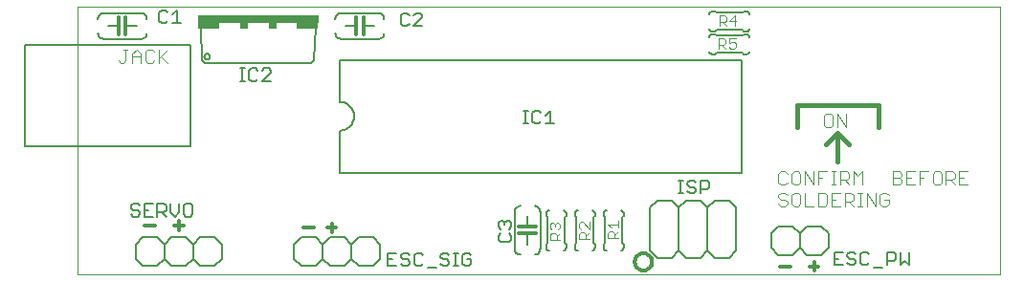
<source format=gto>
G75*
%MOIN*%
%OFA0B0*%
%FSLAX24Y24*%
%IPPOS*%
%LPD*%
%AMOC8*
5,1,8,0,0,1.08239X$1,22.5*
%
%ADD10C,0.0000*%
%ADD11C,0.0160*%
%ADD12C,0.0040*%
%ADD13C,0.0120*%
%ADD14C,0.0150*%
%ADD15C,0.0050*%
%ADD16C,0.0060*%
%ADD17R,0.4200X0.0300*%
%ADD18R,0.0750X0.0200*%
%ADD19R,0.0300X0.0200*%
D10*
X001936Y000937D02*
X001936Y010268D01*
X034082Y010268D01*
X034082Y000937D01*
X001936Y000937D01*
D11*
X027015Y006056D02*
X027015Y006843D01*
X029849Y006843D01*
X029849Y006056D01*
D12*
X028708Y006076D02*
X028708Y006536D01*
X028401Y006536D02*
X028708Y006076D01*
X028401Y006076D02*
X028401Y006536D01*
X028247Y006459D02*
X028170Y006536D01*
X028017Y006536D01*
X027940Y006459D01*
X027940Y006152D01*
X028017Y006076D01*
X028170Y006076D01*
X028247Y006152D01*
X028247Y006459D01*
X028284Y004530D02*
X028284Y004070D01*
X028207Y004070D02*
X028361Y004070D01*
X028514Y004070D02*
X028514Y004530D01*
X028744Y004530D01*
X028821Y004453D01*
X028821Y004300D01*
X028744Y004223D01*
X028514Y004223D01*
X028667Y004223D02*
X028821Y004070D01*
X028974Y004070D02*
X028974Y004530D01*
X029128Y004377D01*
X029281Y004530D01*
X029281Y004070D01*
X029281Y003780D02*
X029128Y003780D01*
X029205Y003780D02*
X029205Y003320D01*
X029281Y003320D02*
X029128Y003320D01*
X028974Y003320D02*
X028821Y003473D01*
X028898Y003473D02*
X028667Y003473D01*
X028667Y003320D02*
X028667Y003780D01*
X028898Y003780D01*
X028974Y003703D01*
X028974Y003550D01*
X028898Y003473D01*
X028514Y003320D02*
X028207Y003320D01*
X028207Y003780D01*
X028514Y003780D01*
X028361Y003550D02*
X028207Y003550D01*
X028054Y003703D02*
X028054Y003396D01*
X027977Y003320D01*
X027747Y003320D01*
X027747Y003780D01*
X027977Y003780D01*
X028054Y003703D01*
X027593Y003320D02*
X027286Y003320D01*
X027286Y003780D01*
X027133Y003703D02*
X027056Y003780D01*
X026903Y003780D01*
X026826Y003703D01*
X026826Y003396D01*
X026903Y003320D01*
X027056Y003320D01*
X027133Y003396D01*
X027133Y003703D01*
X026672Y003703D02*
X026596Y003780D01*
X026442Y003780D01*
X026365Y003703D01*
X026365Y003627D01*
X026442Y003550D01*
X026596Y003550D01*
X026672Y003473D01*
X026672Y003396D01*
X026596Y003320D01*
X026442Y003320D01*
X026365Y003396D01*
X026442Y004070D02*
X026596Y004070D01*
X026672Y004146D01*
X026826Y004146D02*
X026903Y004070D01*
X027056Y004070D01*
X027133Y004146D01*
X027133Y004453D01*
X027056Y004530D01*
X026903Y004530D01*
X026826Y004453D01*
X026826Y004146D01*
X026442Y004070D02*
X026365Y004146D01*
X026365Y004453D01*
X026442Y004530D01*
X026596Y004530D01*
X026672Y004453D01*
X027286Y004530D02*
X027593Y004070D01*
X027593Y004530D01*
X027747Y004530D02*
X028054Y004530D01*
X028207Y004530D02*
X028361Y004530D01*
X027900Y004300D02*
X027747Y004300D01*
X027747Y004070D02*
X027747Y004530D01*
X027286Y004530D02*
X027286Y004070D01*
X029435Y003780D02*
X029435Y003320D01*
X029742Y003320D02*
X029742Y003780D01*
X029895Y003703D02*
X029895Y003396D01*
X029972Y003320D01*
X030125Y003320D01*
X030202Y003396D01*
X030202Y003550D01*
X030049Y003550D01*
X030202Y003703D02*
X030125Y003780D01*
X029972Y003780D01*
X029895Y003703D01*
X029742Y003320D02*
X029435Y003780D01*
X030356Y004070D02*
X030586Y004070D01*
X030662Y004146D01*
X030662Y004223D01*
X030586Y004300D01*
X030356Y004300D01*
X030586Y004300D02*
X030662Y004377D01*
X030662Y004453D01*
X030586Y004530D01*
X030356Y004530D01*
X030356Y004070D01*
X030816Y004070D02*
X031123Y004070D01*
X031276Y004070D02*
X031276Y004530D01*
X031583Y004530D01*
X031737Y004453D02*
X031737Y004146D01*
X031813Y004070D01*
X031967Y004070D01*
X032044Y004146D01*
X032044Y004453D01*
X031967Y004530D01*
X031813Y004530D01*
X031737Y004453D01*
X031430Y004300D02*
X031276Y004300D01*
X030969Y004300D02*
X030816Y004300D01*
X030816Y004530D02*
X030816Y004070D01*
X030816Y004530D02*
X031123Y004530D01*
X032197Y004530D02*
X032427Y004530D01*
X032504Y004453D01*
X032504Y004300D01*
X032427Y004223D01*
X032197Y004223D01*
X032197Y004070D02*
X032197Y004530D01*
X032658Y004530D02*
X032658Y004070D01*
X032964Y004070D01*
X032504Y004070D02*
X032351Y004223D01*
X032658Y004300D02*
X032811Y004300D01*
X032964Y004530D02*
X032658Y004530D01*
X024875Y008877D02*
X024817Y008819D01*
X024700Y008819D01*
X024642Y008877D01*
X024642Y008994D02*
X024758Y009052D01*
X024817Y009052D01*
X024875Y008994D01*
X024875Y008877D01*
X024642Y008994D02*
X024642Y009169D01*
X024875Y009169D01*
X024516Y009111D02*
X024516Y008994D01*
X024458Y008936D01*
X024283Y008936D01*
X024399Y008936D02*
X024516Y008819D01*
X024283Y008819D02*
X024283Y009169D01*
X024458Y009169D01*
X024516Y009111D01*
X024536Y009606D02*
X024419Y009723D01*
X024478Y009723D02*
X024303Y009723D01*
X024303Y009606D02*
X024303Y009957D01*
X024478Y009957D01*
X024536Y009898D01*
X024536Y009781D01*
X024478Y009723D01*
X024662Y009781D02*
X024895Y009781D01*
X024837Y009606D02*
X024837Y009957D01*
X024662Y009781D01*
X020772Y002794D02*
X020772Y002560D01*
X020772Y002677D02*
X020422Y002677D01*
X020539Y002560D01*
X020597Y002435D02*
X020656Y002376D01*
X020656Y002201D01*
X020772Y002201D02*
X020422Y002201D01*
X020422Y002376D01*
X020480Y002435D01*
X020597Y002435D01*
X020656Y002318D02*
X020772Y002435D01*
X019772Y002395D02*
X019656Y002278D01*
X019656Y002336D02*
X019656Y002161D01*
X019772Y002161D02*
X019422Y002161D01*
X019422Y002336D01*
X019480Y002395D01*
X019597Y002395D01*
X019656Y002336D01*
X019772Y002520D02*
X019539Y002754D01*
X019480Y002754D01*
X019422Y002695D01*
X019422Y002579D01*
X019480Y002520D01*
X019772Y002520D02*
X019772Y002754D01*
X018757Y002678D02*
X018757Y002561D01*
X018699Y002503D01*
X018757Y002377D02*
X018640Y002260D01*
X018640Y002319D02*
X018640Y002144D01*
X018757Y002144D02*
X018407Y002144D01*
X018407Y002319D01*
X018465Y002377D01*
X018582Y002377D01*
X018640Y002319D01*
X018465Y002503D02*
X018407Y002561D01*
X018407Y002678D01*
X018465Y002736D01*
X018524Y002736D01*
X018582Y002678D01*
X018640Y002736D01*
X018699Y002736D01*
X018757Y002678D01*
X018582Y002678D02*
X018582Y002620D01*
X005078Y008317D02*
X004848Y008548D01*
X004771Y008471D02*
X005078Y008778D01*
X004771Y008778D02*
X004771Y008317D01*
X004617Y008394D02*
X004541Y008317D01*
X004387Y008317D01*
X004311Y008394D01*
X004311Y008701D01*
X004387Y008778D01*
X004541Y008778D01*
X004617Y008701D01*
X004157Y008624D02*
X004157Y008317D01*
X003850Y008317D02*
X003850Y008624D01*
X004004Y008778D01*
X004157Y008624D01*
X004157Y008548D02*
X003850Y008548D01*
X003620Y008394D02*
X003620Y008778D01*
X003543Y008778D02*
X003697Y008778D01*
X003620Y008394D02*
X003543Y008317D01*
X003466Y008317D01*
X003390Y008394D01*
D13*
X003381Y009299D02*
X003381Y009599D01*
X003381Y009899D01*
X003631Y009899D02*
X003631Y009599D01*
X003631Y009299D01*
X011659Y009299D02*
X011659Y009599D01*
X011659Y009899D01*
X011909Y009899D02*
X011909Y009599D01*
X011909Y009299D01*
X005479Y002788D02*
X005479Y002630D01*
X005479Y002473D01*
X005479Y002630D02*
X005322Y002630D01*
X005479Y002630D02*
X005637Y002630D01*
X004653Y002630D02*
X004298Y002630D01*
X009818Y002564D02*
X010173Y002564D01*
X010646Y002554D02*
X010804Y002554D01*
X010804Y002397D01*
X010804Y002554D02*
X010804Y002712D01*
X010804Y002554D02*
X010961Y002554D01*
X017317Y002604D02*
X017617Y002604D01*
X017917Y002604D01*
X017917Y002354D02*
X017617Y002354D01*
X017317Y002354D01*
X021360Y001370D02*
X021362Y001404D01*
X021368Y001438D01*
X021377Y001471D01*
X021391Y001502D01*
X021408Y001532D01*
X021428Y001560D01*
X021451Y001585D01*
X021477Y001608D01*
X021505Y001627D01*
X021535Y001643D01*
X021567Y001655D01*
X021600Y001664D01*
X021634Y001669D01*
X021669Y001670D01*
X021703Y001667D01*
X021736Y001660D01*
X021769Y001650D01*
X021800Y001635D01*
X021829Y001618D01*
X021856Y001597D01*
X021881Y001573D01*
X021903Y001546D01*
X021921Y001518D01*
X021936Y001487D01*
X021948Y001455D01*
X021956Y001421D01*
X021960Y001387D01*
X021960Y001353D01*
X021956Y001319D01*
X021948Y001285D01*
X021936Y001253D01*
X021921Y001222D01*
X021903Y001194D01*
X021881Y001167D01*
X021856Y001143D01*
X021829Y001122D01*
X021800Y001105D01*
X021769Y001090D01*
X021736Y001080D01*
X021703Y001073D01*
X021669Y001070D01*
X021634Y001071D01*
X021600Y001076D01*
X021567Y001085D01*
X021535Y001097D01*
X021505Y001113D01*
X021477Y001132D01*
X021451Y001155D01*
X021428Y001180D01*
X021408Y001208D01*
X021391Y001238D01*
X021377Y001269D01*
X021368Y001302D01*
X021362Y001336D01*
X021360Y001370D01*
X026424Y001213D02*
X026779Y001213D01*
X027448Y001213D02*
X027605Y001213D01*
X027605Y001056D01*
X027605Y001213D02*
X027605Y001370D01*
X027605Y001213D02*
X027763Y001213D01*
D14*
X028412Y004874D02*
X028412Y005859D01*
X028806Y005465D01*
X028412Y005859D02*
X028019Y005465D01*
D15*
X025078Y004481D02*
X011078Y004481D01*
X011078Y005949D01*
X011121Y005950D01*
X011163Y005955D01*
X011205Y005963D01*
X011246Y005975D01*
X011286Y005991D01*
X011324Y006010D01*
X011361Y006032D01*
X011395Y006057D01*
X011427Y006086D01*
X011457Y006117D01*
X011484Y006150D01*
X011507Y006186D01*
X011528Y006223D01*
X011545Y006262D01*
X011559Y006303D01*
X011569Y006344D01*
X011575Y006387D01*
X011578Y006429D01*
X011578Y006430D02*
X011578Y006469D01*
X011575Y006511D01*
X011569Y006554D01*
X011559Y006595D01*
X011545Y006636D01*
X011528Y006675D01*
X011507Y006712D01*
X011484Y006748D01*
X011457Y006781D01*
X011427Y006812D01*
X011395Y006841D01*
X011361Y006866D01*
X011324Y006888D01*
X011286Y006907D01*
X011246Y006923D01*
X011205Y006935D01*
X011163Y006943D01*
X011121Y006948D01*
X011078Y006949D01*
X011078Y008418D01*
X025078Y008418D01*
X025078Y004481D01*
X023955Y004133D02*
X023955Y003982D01*
X023880Y003907D01*
X023655Y003907D01*
X023655Y003757D02*
X023655Y004208D01*
X023880Y004208D01*
X023955Y004133D01*
X023495Y004133D02*
X023420Y004208D01*
X023270Y004208D01*
X023195Y004133D01*
X023195Y004057D01*
X023270Y003982D01*
X023420Y003982D01*
X023495Y003907D01*
X023495Y003832D01*
X023420Y003757D01*
X023270Y003757D01*
X023195Y003832D01*
X023038Y003757D02*
X022888Y003757D01*
X022963Y003757D02*
X022963Y004208D01*
X022888Y004208D02*
X023038Y004208D01*
X017052Y002744D02*
X017052Y002594D01*
X016977Y002519D01*
X016977Y002359D02*
X017052Y002284D01*
X017052Y002134D01*
X016977Y002059D01*
X016677Y002059D01*
X016602Y002134D01*
X016602Y002284D01*
X016677Y002359D01*
X016677Y002519D02*
X016602Y002594D01*
X016602Y002744D01*
X016677Y002819D01*
X016752Y002819D01*
X016827Y002744D01*
X016902Y002819D01*
X016977Y002819D01*
X017052Y002744D01*
X016827Y002744D02*
X016827Y002669D01*
X015665Y001610D02*
X015590Y001685D01*
X015440Y001685D01*
X015365Y001610D01*
X015365Y001310D01*
X015440Y001235D01*
X015590Y001235D01*
X015665Y001310D01*
X015665Y001460D01*
X015515Y001460D01*
X015208Y001685D02*
X015058Y001685D01*
X015133Y001685D02*
X015133Y001235D01*
X015058Y001235D02*
X015208Y001235D01*
X014898Y001310D02*
X014898Y001385D01*
X014823Y001460D01*
X014673Y001460D01*
X014597Y001535D01*
X014597Y001610D01*
X014673Y001685D01*
X014823Y001685D01*
X014898Y001610D01*
X014898Y001310D02*
X014823Y001235D01*
X014673Y001235D01*
X014597Y001310D01*
X014437Y001160D02*
X014137Y001160D01*
X013977Y001310D02*
X013902Y001235D01*
X013752Y001235D01*
X013677Y001310D01*
X013677Y001610D01*
X013752Y001685D01*
X013902Y001685D01*
X013977Y001610D01*
X013517Y001610D02*
X013441Y001685D01*
X013291Y001685D01*
X013216Y001610D01*
X013216Y001535D01*
X013291Y001460D01*
X013441Y001460D01*
X013517Y001385D01*
X013517Y001310D01*
X013441Y001235D01*
X013291Y001235D01*
X013216Y001310D01*
X013056Y001235D02*
X012756Y001235D01*
X012756Y001685D01*
X013056Y001685D01*
X012906Y001460D02*
X012756Y001460D01*
X005954Y003026D02*
X005954Y003326D01*
X005879Y003401D01*
X005729Y003401D01*
X005654Y003326D01*
X005654Y003026D01*
X005729Y002951D01*
X005879Y002951D01*
X005954Y003026D01*
X005494Y003101D02*
X005494Y003401D01*
X005194Y003401D02*
X005194Y003101D01*
X005344Y002951D01*
X005494Y003101D01*
X005034Y003176D02*
X004958Y003101D01*
X004733Y003101D01*
X004733Y002951D02*
X004733Y003401D01*
X004958Y003401D01*
X005034Y003326D01*
X005034Y003176D01*
X004883Y003101D02*
X005034Y002951D01*
X004573Y002951D02*
X004273Y002951D01*
X004273Y003401D01*
X004573Y003401D01*
X004423Y003176D02*
X004273Y003176D01*
X004113Y003101D02*
X004113Y003026D01*
X004038Y002951D01*
X003888Y002951D01*
X003813Y003026D01*
X003888Y003176D02*
X004038Y003176D01*
X004113Y003101D01*
X003888Y003176D02*
X003813Y003251D01*
X003813Y003326D01*
X003888Y003401D01*
X004038Y003401D01*
X004113Y003326D01*
X005873Y005406D02*
X000125Y005406D01*
X000125Y008949D01*
X005873Y008949D01*
X005873Y005406D01*
X007620Y007678D02*
X007770Y007678D01*
X007695Y007678D02*
X007695Y008128D01*
X007620Y008128D02*
X007770Y008128D01*
X007927Y008053D02*
X008002Y008128D01*
X008152Y008128D01*
X008227Y008053D01*
X008388Y008053D02*
X008463Y008128D01*
X008613Y008128D01*
X008688Y008053D01*
X008688Y007978D01*
X008388Y007678D01*
X008688Y007678D01*
X008227Y007753D02*
X008152Y007678D01*
X008002Y007678D01*
X007927Y007753D01*
X007927Y008053D01*
X006365Y008533D02*
X006367Y008553D01*
X006373Y008571D01*
X006382Y008589D01*
X006394Y008604D01*
X006409Y008616D01*
X006427Y008625D01*
X006445Y008631D01*
X006465Y008633D01*
X006485Y008631D01*
X006503Y008625D01*
X006521Y008616D01*
X006536Y008604D01*
X006548Y008589D01*
X006557Y008571D01*
X006563Y008553D01*
X006565Y008533D01*
X006563Y008513D01*
X006557Y008495D01*
X006548Y008477D01*
X006536Y008462D01*
X006521Y008450D01*
X006503Y008441D01*
X006485Y008435D01*
X006465Y008433D01*
X006445Y008435D01*
X006427Y008441D01*
X006409Y008450D01*
X006394Y008462D01*
X006382Y008477D01*
X006373Y008495D01*
X006367Y008513D01*
X006365Y008533D01*
X006285Y008393D02*
X006235Y009543D01*
X005554Y009691D02*
X005254Y009691D01*
X005404Y009691D02*
X005404Y010141D01*
X005254Y009991D01*
X005094Y010066D02*
X005019Y010141D01*
X004869Y010141D01*
X004794Y010066D01*
X004794Y009766D01*
X004869Y009691D01*
X005019Y009691D01*
X005094Y009766D01*
X006285Y008393D02*
X006385Y008293D01*
X010085Y008293D01*
X010185Y008393D01*
X010235Y009543D01*
X013204Y009669D02*
X013279Y009594D01*
X013429Y009594D01*
X013504Y009669D01*
X013664Y009594D02*
X013964Y009894D01*
X013964Y009969D01*
X013889Y010044D01*
X013739Y010044D01*
X013664Y009969D01*
X013504Y009969D02*
X013429Y010044D01*
X013279Y010044D01*
X013204Y009969D01*
X013204Y009669D01*
X013664Y009594D02*
X013964Y009594D01*
X028302Y001706D02*
X028302Y001255D01*
X028602Y001255D01*
X028762Y001330D02*
X028837Y001255D01*
X028987Y001255D01*
X029063Y001330D01*
X029063Y001405D01*
X028987Y001480D01*
X028837Y001480D01*
X028762Y001555D01*
X028762Y001631D01*
X028837Y001706D01*
X028987Y001706D01*
X029063Y001631D01*
X029223Y001631D02*
X029223Y001330D01*
X029298Y001255D01*
X029448Y001255D01*
X029523Y001330D01*
X029683Y001180D02*
X029983Y001180D01*
X030143Y001255D02*
X030143Y001706D01*
X030369Y001706D01*
X030444Y001631D01*
X030444Y001480D01*
X030369Y001405D01*
X030143Y001405D01*
X030604Y001255D02*
X030604Y001706D01*
X030904Y001706D02*
X030904Y001255D01*
X030754Y001405D01*
X030604Y001255D01*
X029523Y001631D02*
X029448Y001706D01*
X029298Y001706D01*
X029223Y001631D01*
X028602Y001706D02*
X028302Y001706D01*
X028302Y001480D02*
X028452Y001480D01*
D16*
X028104Y001857D02*
X027854Y001607D01*
X027354Y001607D01*
X027104Y001857D01*
X026854Y001607D01*
X026354Y001607D01*
X026104Y001857D01*
X026104Y002357D01*
X026354Y002607D01*
X026854Y002607D01*
X027104Y002357D01*
X027354Y002607D01*
X027854Y002607D01*
X028104Y002357D01*
X028104Y001857D01*
X027104Y001857D02*
X027104Y002357D01*
X024893Y001762D02*
X024893Y003262D01*
X024643Y003512D01*
X024143Y003512D01*
X023893Y003262D01*
X023893Y001762D01*
X024143Y001512D01*
X024643Y001512D01*
X024893Y001762D01*
X023893Y001762D02*
X023643Y001512D01*
X023143Y001512D01*
X022893Y001762D01*
X022893Y003262D01*
X023143Y003512D01*
X023643Y003512D01*
X023893Y003262D01*
X022893Y003262D02*
X022643Y003512D01*
X022143Y003512D01*
X021893Y003262D01*
X021893Y001762D01*
X022143Y001512D01*
X022643Y001512D01*
X022893Y001762D01*
X020967Y001874D02*
X020967Y001974D01*
X020917Y002024D01*
X020917Y002924D01*
X020967Y002974D01*
X020967Y003074D01*
X020965Y003091D01*
X020961Y003108D01*
X020954Y003124D01*
X020944Y003138D01*
X020931Y003151D01*
X020917Y003161D01*
X020901Y003168D01*
X020884Y003172D01*
X020867Y003174D01*
X020367Y003174D02*
X020350Y003172D01*
X020333Y003168D01*
X020317Y003161D01*
X020303Y003151D01*
X020290Y003138D01*
X020280Y003124D01*
X020273Y003108D01*
X020269Y003091D01*
X020267Y003074D01*
X020267Y002974D01*
X020317Y002924D01*
X020317Y002024D01*
X020267Y001974D01*
X020267Y001874D01*
X020269Y001857D01*
X020273Y001840D01*
X020280Y001824D01*
X020290Y001810D01*
X020303Y001797D01*
X020317Y001787D01*
X020333Y001780D01*
X020350Y001776D01*
X020367Y001774D01*
X019967Y001874D02*
X019967Y001974D01*
X019917Y002024D01*
X019917Y002924D01*
X019967Y002974D01*
X019967Y003074D01*
X019965Y003091D01*
X019961Y003108D01*
X019954Y003124D01*
X019944Y003138D01*
X019931Y003151D01*
X019917Y003161D01*
X019901Y003168D01*
X019884Y003172D01*
X019867Y003174D01*
X019367Y003174D02*
X019350Y003172D01*
X019333Y003168D01*
X019317Y003161D01*
X019303Y003151D01*
X019290Y003138D01*
X019280Y003124D01*
X019273Y003108D01*
X019269Y003091D01*
X019267Y003074D01*
X019267Y002974D01*
X019317Y002924D01*
X019317Y002024D01*
X019267Y001974D01*
X019267Y001874D01*
X019269Y001857D01*
X019273Y001840D01*
X019280Y001824D01*
X019290Y001810D01*
X019303Y001797D01*
X019317Y001787D01*
X019333Y001780D01*
X019350Y001776D01*
X019367Y001774D01*
X019867Y001774D02*
X019884Y001776D01*
X019901Y001780D01*
X019917Y001787D01*
X019931Y001797D01*
X019944Y001810D01*
X019954Y001824D01*
X019961Y001840D01*
X019965Y001857D01*
X019967Y001874D01*
X020867Y001774D02*
X020884Y001776D01*
X020901Y001780D01*
X020917Y001787D01*
X020931Y001797D01*
X020944Y001810D01*
X020954Y001824D01*
X020961Y001840D01*
X020965Y001857D01*
X020967Y001874D01*
X018967Y001874D02*
X018967Y001974D01*
X018917Y002024D01*
X018917Y002924D01*
X018967Y002974D01*
X018967Y003074D01*
X018965Y003091D01*
X018961Y003108D01*
X018954Y003124D01*
X018944Y003138D01*
X018931Y003151D01*
X018917Y003161D01*
X018901Y003168D01*
X018884Y003172D01*
X018867Y003174D01*
X018367Y003174D02*
X018350Y003172D01*
X018333Y003168D01*
X018317Y003161D01*
X018303Y003151D01*
X018290Y003138D01*
X018280Y003124D01*
X018273Y003108D01*
X018269Y003091D01*
X018267Y003074D01*
X018267Y002974D01*
X018317Y002924D01*
X018317Y002024D01*
X018267Y001974D01*
X018267Y001874D01*
X018269Y001857D01*
X018273Y001840D01*
X018280Y001824D01*
X018290Y001810D01*
X018303Y001797D01*
X018317Y001787D01*
X018333Y001780D01*
X018350Y001776D01*
X018367Y001774D01*
X018067Y001824D02*
X018067Y003124D01*
X018065Y003150D01*
X018060Y003176D01*
X018052Y003201D01*
X018040Y003224D01*
X018026Y003246D01*
X018008Y003265D01*
X017989Y003283D01*
X017967Y003297D01*
X017944Y003309D01*
X017919Y003317D01*
X017893Y003322D01*
X017867Y003324D01*
X017367Y003324D02*
X017341Y003322D01*
X017315Y003317D01*
X017290Y003309D01*
X017267Y003297D01*
X017245Y003283D01*
X017226Y003265D01*
X017208Y003246D01*
X017194Y003224D01*
X017182Y003201D01*
X017174Y003176D01*
X017169Y003150D01*
X017167Y003124D01*
X017167Y001824D01*
X017169Y001798D01*
X017174Y001772D01*
X017182Y001747D01*
X017194Y001724D01*
X017208Y001702D01*
X017226Y001683D01*
X017245Y001665D01*
X017267Y001651D01*
X017290Y001639D01*
X017315Y001631D01*
X017341Y001626D01*
X017367Y001624D01*
X017867Y001624D02*
X017893Y001626D01*
X017919Y001631D01*
X017944Y001639D01*
X017967Y001651D01*
X017989Y001665D01*
X018008Y001683D01*
X018026Y001702D01*
X018040Y001724D01*
X018052Y001747D01*
X018060Y001772D01*
X018065Y001798D01*
X018067Y001824D01*
X017617Y001974D02*
X017617Y002354D01*
X017617Y002604D02*
X017617Y002974D01*
X018867Y001774D02*
X018884Y001776D01*
X018901Y001780D01*
X018917Y001787D01*
X018931Y001797D01*
X018944Y001810D01*
X018954Y001824D01*
X018961Y001840D01*
X018965Y001857D01*
X018967Y001874D01*
X012491Y001975D02*
X012491Y001475D01*
X012241Y001225D01*
X011741Y001225D01*
X011491Y001475D01*
X011241Y001225D01*
X010741Y001225D01*
X010491Y001475D01*
X010241Y001225D01*
X009741Y001225D01*
X009491Y001475D01*
X009491Y001975D01*
X009741Y002225D01*
X010241Y002225D01*
X010491Y001975D01*
X010741Y002225D01*
X011241Y002225D01*
X011491Y001975D01*
X011741Y002225D01*
X012241Y002225D01*
X012491Y001975D01*
X011491Y001975D02*
X011491Y001475D01*
X010491Y001475D02*
X010491Y001975D01*
X006979Y001975D02*
X006979Y001475D01*
X006729Y001225D01*
X006229Y001225D01*
X005979Y001475D01*
X005729Y001225D01*
X005229Y001225D01*
X004979Y001475D01*
X004729Y001225D01*
X004229Y001225D01*
X003979Y001475D01*
X003979Y001975D01*
X004229Y002225D01*
X004729Y002225D01*
X004979Y001975D01*
X005229Y002225D01*
X005729Y002225D01*
X005979Y001975D01*
X006229Y002225D01*
X006729Y002225D01*
X006979Y001975D01*
X005979Y001975D02*
X005979Y001475D01*
X004979Y001475D02*
X004979Y001975D01*
X017488Y006189D02*
X017635Y006189D01*
X017561Y006189D02*
X017561Y006630D01*
X017488Y006630D02*
X017635Y006630D01*
X017795Y006556D02*
X017795Y006263D01*
X017868Y006189D01*
X018015Y006189D01*
X018088Y006263D01*
X018255Y006189D02*
X018549Y006189D01*
X018402Y006189D02*
X018402Y006630D01*
X018255Y006483D01*
X018088Y006556D02*
X018015Y006630D01*
X017868Y006630D01*
X017795Y006556D01*
X024053Y008619D02*
X024153Y008619D01*
X024203Y008669D01*
X025103Y008669D01*
X025153Y008619D01*
X025253Y008619D01*
X025270Y008621D01*
X025287Y008625D01*
X025303Y008632D01*
X025317Y008642D01*
X025330Y008655D01*
X025340Y008669D01*
X025347Y008685D01*
X025351Y008702D01*
X025353Y008719D01*
X025353Y009219D02*
X025351Y009236D01*
X025347Y009253D01*
X025340Y009269D01*
X025330Y009283D01*
X025317Y009296D01*
X025303Y009306D01*
X025287Y009313D01*
X025270Y009317D01*
X025253Y009319D01*
X025153Y009319D01*
X025103Y009269D01*
X024203Y009269D01*
X024153Y009319D01*
X024053Y009319D01*
X024053Y009406D02*
X024153Y009406D01*
X024203Y009456D01*
X025103Y009456D01*
X025153Y009406D01*
X025253Y009406D01*
X025270Y009408D01*
X025287Y009412D01*
X025303Y009419D01*
X025317Y009429D01*
X025330Y009442D01*
X025340Y009456D01*
X025347Y009472D01*
X025351Y009489D01*
X025353Y009506D01*
X025353Y010006D02*
X025351Y010023D01*
X025347Y010040D01*
X025340Y010056D01*
X025330Y010070D01*
X025317Y010083D01*
X025303Y010093D01*
X025287Y010100D01*
X025270Y010104D01*
X025253Y010106D01*
X025153Y010106D01*
X025103Y010056D01*
X024203Y010056D01*
X024153Y010106D01*
X024053Y010106D01*
X024036Y010104D01*
X024019Y010100D01*
X024003Y010093D01*
X023989Y010083D01*
X023976Y010070D01*
X023966Y010056D01*
X023959Y010040D01*
X023955Y010023D01*
X023953Y010006D01*
X023953Y009506D02*
X023955Y009489D01*
X023959Y009472D01*
X023966Y009456D01*
X023976Y009442D01*
X023989Y009429D01*
X024003Y009419D01*
X024019Y009412D01*
X024036Y009408D01*
X024053Y009406D01*
X024053Y009319D02*
X024036Y009317D01*
X024019Y009313D01*
X024003Y009306D01*
X023989Y009296D01*
X023976Y009283D01*
X023966Y009269D01*
X023959Y009253D01*
X023955Y009236D01*
X023953Y009219D01*
X023953Y008719D02*
X023955Y008702D01*
X023959Y008685D01*
X023966Y008669D01*
X023976Y008655D01*
X023989Y008642D01*
X024003Y008632D01*
X024019Y008625D01*
X024036Y008621D01*
X024053Y008619D01*
X012429Y009149D02*
X011129Y009149D01*
X011103Y009151D01*
X011077Y009156D01*
X011052Y009164D01*
X011029Y009176D01*
X011007Y009190D01*
X010988Y009208D01*
X010970Y009227D01*
X010956Y009249D01*
X010944Y009272D01*
X010936Y009297D01*
X010931Y009323D01*
X010929Y009349D01*
X011279Y009599D02*
X011659Y009599D01*
X011909Y009599D02*
X012279Y009599D01*
X012629Y009849D02*
X012627Y009875D01*
X012622Y009901D01*
X012614Y009926D01*
X012602Y009949D01*
X012588Y009971D01*
X012570Y009990D01*
X012551Y010008D01*
X012529Y010022D01*
X012506Y010034D01*
X012481Y010042D01*
X012455Y010047D01*
X012429Y010049D01*
X011129Y010049D01*
X011103Y010047D01*
X011077Y010042D01*
X011052Y010034D01*
X011029Y010022D01*
X011007Y010008D01*
X010988Y009990D01*
X010970Y009971D01*
X010956Y009949D01*
X010944Y009926D01*
X010936Y009901D01*
X010931Y009875D01*
X010929Y009849D01*
X012429Y009149D02*
X012455Y009151D01*
X012481Y009156D01*
X012506Y009164D01*
X012529Y009176D01*
X012551Y009190D01*
X012570Y009208D01*
X012588Y009227D01*
X012602Y009249D01*
X012614Y009272D01*
X012622Y009297D01*
X012627Y009323D01*
X012629Y009349D01*
X004361Y009349D02*
X004359Y009323D01*
X004354Y009297D01*
X004346Y009272D01*
X004334Y009249D01*
X004320Y009227D01*
X004302Y009208D01*
X004283Y009190D01*
X004261Y009176D01*
X004238Y009164D01*
X004213Y009156D01*
X004187Y009151D01*
X004161Y009149D01*
X002861Y009149D01*
X002835Y009151D01*
X002809Y009156D01*
X002784Y009164D01*
X002761Y009176D01*
X002739Y009190D01*
X002720Y009208D01*
X002702Y009227D01*
X002688Y009249D01*
X002676Y009272D01*
X002668Y009297D01*
X002663Y009323D01*
X002661Y009349D01*
X003011Y009599D02*
X003381Y009599D01*
X003631Y009599D02*
X004011Y009599D01*
X004361Y009849D02*
X004359Y009875D01*
X004354Y009901D01*
X004346Y009926D01*
X004334Y009949D01*
X004320Y009971D01*
X004302Y009990D01*
X004283Y010008D01*
X004261Y010022D01*
X004238Y010034D01*
X004213Y010042D01*
X004187Y010047D01*
X004161Y010049D01*
X002861Y010049D01*
X002835Y010047D01*
X002809Y010042D01*
X002784Y010034D01*
X002761Y010022D01*
X002739Y010008D01*
X002720Y009990D01*
X002702Y009971D01*
X002688Y009949D01*
X002676Y009926D01*
X002668Y009901D01*
X002663Y009875D01*
X002661Y009849D01*
D17*
X008235Y009843D03*
D18*
X006510Y009593D03*
X009960Y009593D03*
D19*
X008735Y009593D03*
X007735Y009593D03*
M02*

</source>
